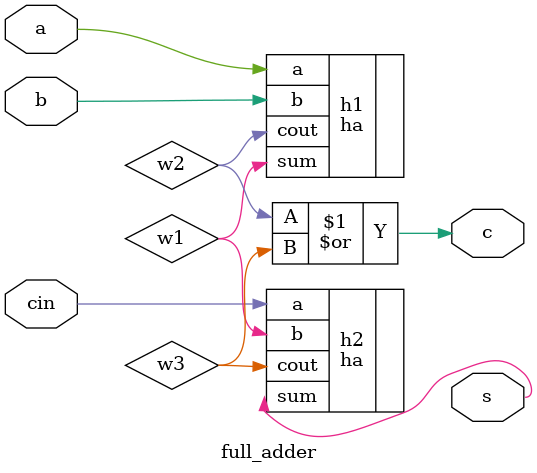
<source format=v>
module full_adder(input a, input b, input cin,
output s, output c);

wire w1,w2,w3;

ha h1(.a(a),.b(b),.sum(w1),.cout(w2));
ha h2(.a(cin),.b(w1),.sum(s),.cout(w3));

or or1(c,w2,w3);

endmodule

</source>
